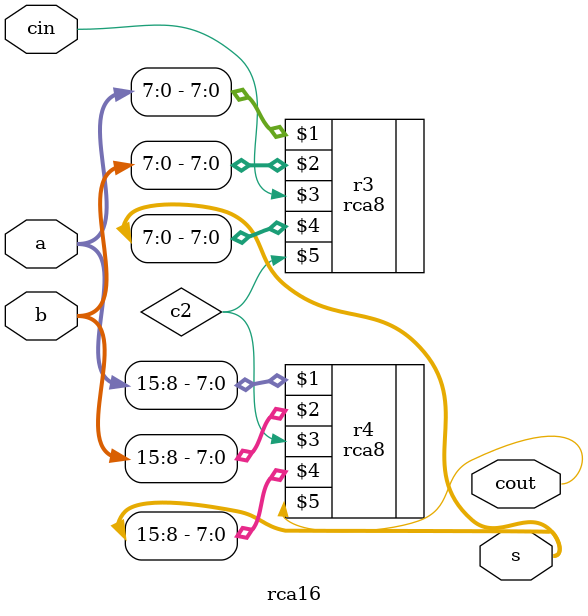
<source format=v>
`timescale 1ns / 1ps


module rca16(a,b,cin,s,cout);
input [15:0]a,b;
input cin;
output [15:0]s;
output cout;
wire c2;
rca8 r3(a[7:0],b[7:0],cin,s[7:0],c2);
rca8 r4(a[15:8],b[15:8],c2,s[15:8],cout);
endmodule
</source>
